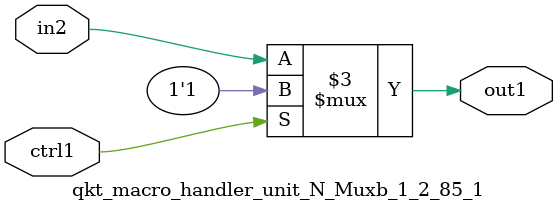
<source format=v>

`timescale 1ps / 1ps


module qkt_macro_handler_unit_N_Muxb_1_2_85_1( in2, ctrl1, out1 );

    input in2;
    input ctrl1;
    output out1;
    reg out1;

    
    // rtl_process:qkt_macro_handler_unit_N_Muxb_1_2_85_1/qkt_macro_handler_unit_N_Muxb_1_2_85_1_thread_1
    always @*
      begin : qkt_macro_handler_unit_N_Muxb_1_2_85_1_thread_1
        case (ctrl1) 
          1'b1: 
            begin
              out1 = 1'b1;
            end
          default: 
            begin
              out1 = in2;
            end
        endcase
      end

endmodule


</source>
